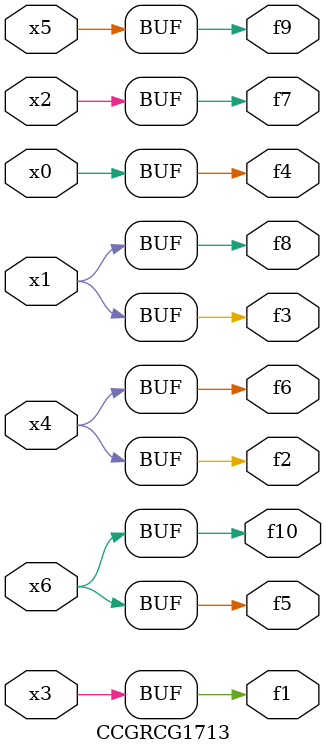
<source format=v>
module CCGRCG1713(
	input x0, x1, x2, x3, x4, x5, x6,
	output f1, f2, f3, f4, f5, f6, f7, f8, f9, f10
);
	assign f1 = x3;
	assign f2 = x4;
	assign f3 = x1;
	assign f4 = x0;
	assign f5 = x6;
	assign f6 = x4;
	assign f7 = x2;
	assign f8 = x1;
	assign f9 = x5;
	assign f10 = x6;
endmodule

</source>
